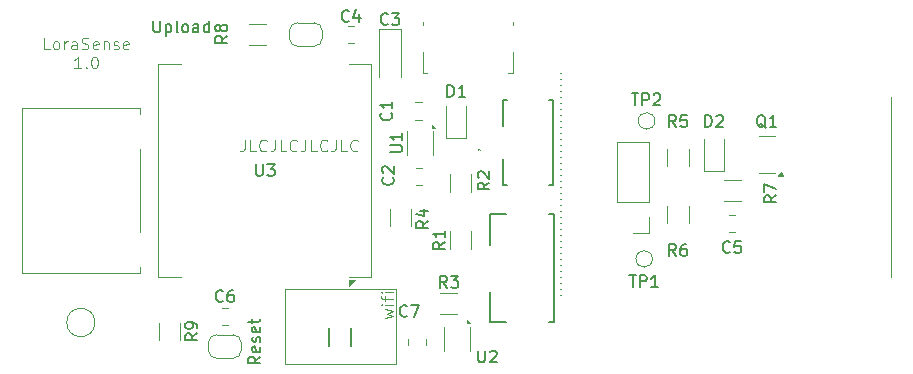
<source format=gto>
%TF.GenerationSoftware,KiCad,Pcbnew,8.0.2*%
%TF.CreationDate,2024-06-01T12:45:28+02:00*%
%TF.ProjectId,LoraSensor,4c6f7261-5365-46e7-936f-722e6b696361,rev?*%
%TF.SameCoordinates,Original*%
%TF.FileFunction,Legend,Top*%
%TF.FilePolarity,Positive*%
%FSLAX46Y46*%
G04 Gerber Fmt 4.6, Leading zero omitted, Abs format (unit mm)*
G04 Created by KiCad (PCBNEW 8.0.2) date 2024-06-01 12:45:28*
%MOMM*%
%LPD*%
G01*
G04 APERTURE LIST*
%ADD10C,0.100000*%
%ADD11C,0.127000*%
%ADD12C,0.150000*%
%ADD13C,0.120000*%
%ADD14C,0.200000*%
%ADD15C,0.152400*%
G04 APERTURE END LIST*
D10*
X144681961Y-61965675D02*
X144205771Y-61965675D01*
X144205771Y-61965675D02*
X144205771Y-60965675D01*
X145158152Y-61965675D02*
X145062914Y-61918056D01*
X145062914Y-61918056D02*
X145015295Y-61870436D01*
X145015295Y-61870436D02*
X144967676Y-61775198D01*
X144967676Y-61775198D02*
X144967676Y-61489484D01*
X144967676Y-61489484D02*
X145015295Y-61394246D01*
X145015295Y-61394246D02*
X145062914Y-61346627D01*
X145062914Y-61346627D02*
X145158152Y-61299008D01*
X145158152Y-61299008D02*
X145301009Y-61299008D01*
X145301009Y-61299008D02*
X145396247Y-61346627D01*
X145396247Y-61346627D02*
X145443866Y-61394246D01*
X145443866Y-61394246D02*
X145491485Y-61489484D01*
X145491485Y-61489484D02*
X145491485Y-61775198D01*
X145491485Y-61775198D02*
X145443866Y-61870436D01*
X145443866Y-61870436D02*
X145396247Y-61918056D01*
X145396247Y-61918056D02*
X145301009Y-61965675D01*
X145301009Y-61965675D02*
X145158152Y-61965675D01*
X145920057Y-61965675D02*
X145920057Y-61299008D01*
X145920057Y-61489484D02*
X145967676Y-61394246D01*
X145967676Y-61394246D02*
X146015295Y-61346627D01*
X146015295Y-61346627D02*
X146110533Y-61299008D01*
X146110533Y-61299008D02*
X146205771Y-61299008D01*
X146967676Y-61965675D02*
X146967676Y-61441865D01*
X146967676Y-61441865D02*
X146920057Y-61346627D01*
X146920057Y-61346627D02*
X146824819Y-61299008D01*
X146824819Y-61299008D02*
X146634343Y-61299008D01*
X146634343Y-61299008D02*
X146539105Y-61346627D01*
X146967676Y-61918056D02*
X146872438Y-61965675D01*
X146872438Y-61965675D02*
X146634343Y-61965675D01*
X146634343Y-61965675D02*
X146539105Y-61918056D01*
X146539105Y-61918056D02*
X146491486Y-61822817D01*
X146491486Y-61822817D02*
X146491486Y-61727579D01*
X146491486Y-61727579D02*
X146539105Y-61632341D01*
X146539105Y-61632341D02*
X146634343Y-61584722D01*
X146634343Y-61584722D02*
X146872438Y-61584722D01*
X146872438Y-61584722D02*
X146967676Y-61537103D01*
X147396248Y-61918056D02*
X147539105Y-61965675D01*
X147539105Y-61965675D02*
X147777200Y-61965675D01*
X147777200Y-61965675D02*
X147872438Y-61918056D01*
X147872438Y-61918056D02*
X147920057Y-61870436D01*
X147920057Y-61870436D02*
X147967676Y-61775198D01*
X147967676Y-61775198D02*
X147967676Y-61679960D01*
X147967676Y-61679960D02*
X147920057Y-61584722D01*
X147920057Y-61584722D02*
X147872438Y-61537103D01*
X147872438Y-61537103D02*
X147777200Y-61489484D01*
X147777200Y-61489484D02*
X147586724Y-61441865D01*
X147586724Y-61441865D02*
X147491486Y-61394246D01*
X147491486Y-61394246D02*
X147443867Y-61346627D01*
X147443867Y-61346627D02*
X147396248Y-61251389D01*
X147396248Y-61251389D02*
X147396248Y-61156151D01*
X147396248Y-61156151D02*
X147443867Y-61060913D01*
X147443867Y-61060913D02*
X147491486Y-61013294D01*
X147491486Y-61013294D02*
X147586724Y-60965675D01*
X147586724Y-60965675D02*
X147824819Y-60965675D01*
X147824819Y-60965675D02*
X147967676Y-61013294D01*
X148777200Y-61918056D02*
X148681962Y-61965675D01*
X148681962Y-61965675D02*
X148491486Y-61965675D01*
X148491486Y-61965675D02*
X148396248Y-61918056D01*
X148396248Y-61918056D02*
X148348629Y-61822817D01*
X148348629Y-61822817D02*
X148348629Y-61441865D01*
X148348629Y-61441865D02*
X148396248Y-61346627D01*
X148396248Y-61346627D02*
X148491486Y-61299008D01*
X148491486Y-61299008D02*
X148681962Y-61299008D01*
X148681962Y-61299008D02*
X148777200Y-61346627D01*
X148777200Y-61346627D02*
X148824819Y-61441865D01*
X148824819Y-61441865D02*
X148824819Y-61537103D01*
X148824819Y-61537103D02*
X148348629Y-61632341D01*
X149253391Y-61299008D02*
X149253391Y-61965675D01*
X149253391Y-61394246D02*
X149301010Y-61346627D01*
X149301010Y-61346627D02*
X149396248Y-61299008D01*
X149396248Y-61299008D02*
X149539105Y-61299008D01*
X149539105Y-61299008D02*
X149634343Y-61346627D01*
X149634343Y-61346627D02*
X149681962Y-61441865D01*
X149681962Y-61441865D02*
X149681962Y-61965675D01*
X150110534Y-61918056D02*
X150205772Y-61965675D01*
X150205772Y-61965675D02*
X150396248Y-61965675D01*
X150396248Y-61965675D02*
X150491486Y-61918056D01*
X150491486Y-61918056D02*
X150539105Y-61822817D01*
X150539105Y-61822817D02*
X150539105Y-61775198D01*
X150539105Y-61775198D02*
X150491486Y-61679960D01*
X150491486Y-61679960D02*
X150396248Y-61632341D01*
X150396248Y-61632341D02*
X150253391Y-61632341D01*
X150253391Y-61632341D02*
X150158153Y-61584722D01*
X150158153Y-61584722D02*
X150110534Y-61489484D01*
X150110534Y-61489484D02*
X150110534Y-61441865D01*
X150110534Y-61441865D02*
X150158153Y-61346627D01*
X150158153Y-61346627D02*
X150253391Y-61299008D01*
X150253391Y-61299008D02*
X150396248Y-61299008D01*
X150396248Y-61299008D02*
X150491486Y-61346627D01*
X151348629Y-61918056D02*
X151253391Y-61965675D01*
X151253391Y-61965675D02*
X151062915Y-61965675D01*
X151062915Y-61965675D02*
X150967677Y-61918056D01*
X150967677Y-61918056D02*
X150920058Y-61822817D01*
X150920058Y-61822817D02*
X150920058Y-61441865D01*
X150920058Y-61441865D02*
X150967677Y-61346627D01*
X150967677Y-61346627D02*
X151062915Y-61299008D01*
X151062915Y-61299008D02*
X151253391Y-61299008D01*
X151253391Y-61299008D02*
X151348629Y-61346627D01*
X151348629Y-61346627D02*
X151396248Y-61441865D01*
X151396248Y-61441865D02*
X151396248Y-61537103D01*
X151396248Y-61537103D02*
X150920058Y-61632341D01*
X147348628Y-63575619D02*
X146777200Y-63575619D01*
X147062914Y-63575619D02*
X147062914Y-62575619D01*
X147062914Y-62575619D02*
X146967676Y-62718476D01*
X146967676Y-62718476D02*
X146872438Y-62813714D01*
X146872438Y-62813714D02*
X146777200Y-62861333D01*
X147777200Y-63480380D02*
X147824819Y-63528000D01*
X147824819Y-63528000D02*
X147777200Y-63575619D01*
X147777200Y-63575619D02*
X147729581Y-63528000D01*
X147729581Y-63528000D02*
X147777200Y-63480380D01*
X147777200Y-63480380D02*
X147777200Y-63575619D01*
X148443866Y-62575619D02*
X148539104Y-62575619D01*
X148539104Y-62575619D02*
X148634342Y-62623238D01*
X148634342Y-62623238D02*
X148681961Y-62670857D01*
X148681961Y-62670857D02*
X148729580Y-62766095D01*
X148729580Y-62766095D02*
X148777199Y-62956571D01*
X148777199Y-62956571D02*
X148777199Y-63194666D01*
X148777199Y-63194666D02*
X148729580Y-63385142D01*
X148729580Y-63385142D02*
X148681961Y-63480380D01*
X148681961Y-63480380D02*
X148634342Y-63528000D01*
X148634342Y-63528000D02*
X148539104Y-63575619D01*
X148539104Y-63575619D02*
X148443866Y-63575619D01*
X148443866Y-63575619D02*
X148348628Y-63528000D01*
X148348628Y-63528000D02*
X148301009Y-63480380D01*
X148301009Y-63480380D02*
X148253390Y-63385142D01*
X148253390Y-63385142D02*
X148205771Y-63194666D01*
X148205771Y-63194666D02*
X148205771Y-62956571D01*
X148205771Y-62956571D02*
X148253390Y-62766095D01*
X148253390Y-62766095D02*
X148301009Y-62670857D01*
X148301009Y-62670857D02*
X148348628Y-62623238D01*
X148348628Y-62623238D02*
X148443866Y-62575619D01*
X161193798Y-69611419D02*
X161193798Y-70325704D01*
X161193798Y-70325704D02*
X161146179Y-70468561D01*
X161146179Y-70468561D02*
X161050941Y-70563800D01*
X161050941Y-70563800D02*
X160908084Y-70611419D01*
X160908084Y-70611419D02*
X160812846Y-70611419D01*
X162146179Y-70611419D02*
X161669989Y-70611419D01*
X161669989Y-70611419D02*
X161669989Y-69611419D01*
X163050941Y-70516180D02*
X163003322Y-70563800D01*
X163003322Y-70563800D02*
X162860465Y-70611419D01*
X162860465Y-70611419D02*
X162765227Y-70611419D01*
X162765227Y-70611419D02*
X162622370Y-70563800D01*
X162622370Y-70563800D02*
X162527132Y-70468561D01*
X162527132Y-70468561D02*
X162479513Y-70373323D01*
X162479513Y-70373323D02*
X162431894Y-70182847D01*
X162431894Y-70182847D02*
X162431894Y-70039990D01*
X162431894Y-70039990D02*
X162479513Y-69849514D01*
X162479513Y-69849514D02*
X162527132Y-69754276D01*
X162527132Y-69754276D02*
X162622370Y-69659038D01*
X162622370Y-69659038D02*
X162765227Y-69611419D01*
X162765227Y-69611419D02*
X162860465Y-69611419D01*
X162860465Y-69611419D02*
X163003322Y-69659038D01*
X163003322Y-69659038D02*
X163050941Y-69706657D01*
X163765227Y-69611419D02*
X163765227Y-70325704D01*
X163765227Y-70325704D02*
X163717608Y-70468561D01*
X163717608Y-70468561D02*
X163622370Y-70563800D01*
X163622370Y-70563800D02*
X163479513Y-70611419D01*
X163479513Y-70611419D02*
X163384275Y-70611419D01*
X164717608Y-70611419D02*
X164241418Y-70611419D01*
X164241418Y-70611419D02*
X164241418Y-69611419D01*
X165622370Y-70516180D02*
X165574751Y-70563800D01*
X165574751Y-70563800D02*
X165431894Y-70611419D01*
X165431894Y-70611419D02*
X165336656Y-70611419D01*
X165336656Y-70611419D02*
X165193799Y-70563800D01*
X165193799Y-70563800D02*
X165098561Y-70468561D01*
X165098561Y-70468561D02*
X165050942Y-70373323D01*
X165050942Y-70373323D02*
X165003323Y-70182847D01*
X165003323Y-70182847D02*
X165003323Y-70039990D01*
X165003323Y-70039990D02*
X165050942Y-69849514D01*
X165050942Y-69849514D02*
X165098561Y-69754276D01*
X165098561Y-69754276D02*
X165193799Y-69659038D01*
X165193799Y-69659038D02*
X165336656Y-69611419D01*
X165336656Y-69611419D02*
X165431894Y-69611419D01*
X165431894Y-69611419D02*
X165574751Y-69659038D01*
X165574751Y-69659038D02*
X165622370Y-69706657D01*
X166336656Y-69611419D02*
X166336656Y-70325704D01*
X166336656Y-70325704D02*
X166289037Y-70468561D01*
X166289037Y-70468561D02*
X166193799Y-70563800D01*
X166193799Y-70563800D02*
X166050942Y-70611419D01*
X166050942Y-70611419D02*
X165955704Y-70611419D01*
X167289037Y-70611419D02*
X166812847Y-70611419D01*
X166812847Y-70611419D02*
X166812847Y-69611419D01*
X168193799Y-70516180D02*
X168146180Y-70563800D01*
X168146180Y-70563800D02*
X168003323Y-70611419D01*
X168003323Y-70611419D02*
X167908085Y-70611419D01*
X167908085Y-70611419D02*
X167765228Y-70563800D01*
X167765228Y-70563800D02*
X167669990Y-70468561D01*
X167669990Y-70468561D02*
X167622371Y-70373323D01*
X167622371Y-70373323D02*
X167574752Y-70182847D01*
X167574752Y-70182847D02*
X167574752Y-70039990D01*
X167574752Y-70039990D02*
X167622371Y-69849514D01*
X167622371Y-69849514D02*
X167669990Y-69754276D01*
X167669990Y-69754276D02*
X167765228Y-69659038D01*
X167765228Y-69659038D02*
X167908085Y-69611419D01*
X167908085Y-69611419D02*
X168003323Y-69611419D01*
X168003323Y-69611419D02*
X168146180Y-69659038D01*
X168146180Y-69659038D02*
X168193799Y-69706657D01*
X168908085Y-69611419D02*
X168908085Y-70325704D01*
X168908085Y-70325704D02*
X168860466Y-70468561D01*
X168860466Y-70468561D02*
X168765228Y-70563800D01*
X168765228Y-70563800D02*
X168622371Y-70611419D01*
X168622371Y-70611419D02*
X168527133Y-70611419D01*
X169860466Y-70611419D02*
X169384276Y-70611419D01*
X169384276Y-70611419D02*
X169384276Y-69611419D01*
X170765228Y-70516180D02*
X170717609Y-70563800D01*
X170717609Y-70563800D02*
X170574752Y-70611419D01*
X170574752Y-70611419D02*
X170479514Y-70611419D01*
X170479514Y-70611419D02*
X170336657Y-70563800D01*
X170336657Y-70563800D02*
X170241419Y-70468561D01*
X170241419Y-70468561D02*
X170193800Y-70373323D01*
X170193800Y-70373323D02*
X170146181Y-70182847D01*
X170146181Y-70182847D02*
X170146181Y-70039990D01*
X170146181Y-70039990D02*
X170193800Y-69849514D01*
X170193800Y-69849514D02*
X170241419Y-69754276D01*
X170241419Y-69754276D02*
X170336657Y-69659038D01*
X170336657Y-69659038D02*
X170479514Y-69611419D01*
X170479514Y-69611419D02*
X170574752Y-69611419D01*
X170574752Y-69611419D02*
X170717609Y-69659038D01*
X170717609Y-69659038D02*
X170765228Y-69706657D01*
D11*
X187960000Y-64008000D02*
X187960000Y-64008000D01*
X187960000Y-64516000D02*
X187960000Y-64516000D01*
X187960000Y-65024000D02*
X187960000Y-65024000D01*
X187960000Y-65532000D02*
X187960000Y-65532000D01*
X187960000Y-66040000D02*
X187960000Y-66040000D01*
X187960000Y-66548000D02*
X187960000Y-66548000D01*
X187960000Y-67056000D02*
X187960000Y-67056000D01*
X187960000Y-67564000D02*
X187960000Y-67564000D01*
X187960000Y-68072000D02*
X187960000Y-68072000D01*
X187960000Y-68580000D02*
X187960000Y-68580000D01*
X187960000Y-69088000D02*
X187960000Y-69088000D01*
X187960000Y-69596000D02*
X187960000Y-69596000D01*
X187960000Y-70104000D02*
X187960000Y-70104000D01*
X187960000Y-70612000D02*
X187960000Y-70612000D01*
X187960000Y-71120000D02*
X187960000Y-71120000D01*
X187960000Y-71628000D02*
X187960000Y-71628000D01*
X187960000Y-72136000D02*
X187960000Y-72136000D01*
X187960000Y-72644000D02*
X187960000Y-72644000D01*
X187960000Y-73152000D02*
X187960000Y-73152000D01*
X187960000Y-73660000D02*
X187960000Y-73660000D01*
X187960000Y-74168000D02*
X187960000Y-74168000D01*
X187960000Y-74676000D02*
X187960000Y-74676000D01*
X187960000Y-75184000D02*
X187960000Y-75184000D01*
X187960000Y-75692000D02*
X187960000Y-75692000D01*
X187960000Y-76200000D02*
X187960000Y-76200000D01*
X187960000Y-76708000D02*
X187960000Y-76708000D01*
X187960000Y-77216000D02*
X187960000Y-77216000D01*
X187960000Y-77724000D02*
X187960000Y-77724000D01*
X187960000Y-78232000D02*
X187960000Y-78232000D01*
X187960000Y-78740000D02*
X187960000Y-78740000D01*
X187960000Y-79248000D02*
X187960000Y-79248000D01*
X187960000Y-79756000D02*
X187960000Y-79756000D01*
X187960000Y-80264000D02*
X187960000Y-80264000D01*
X187960000Y-80772000D02*
X187960000Y-80772000D01*
X187960000Y-81280000D02*
X187960000Y-81280000D01*
X187960000Y-81788000D02*
X187960000Y-81788000D01*
X187960000Y-82296000D02*
X187960000Y-82296000D01*
X187960000Y-82804000D02*
X187960000Y-82804000D01*
D10*
X215900000Y-66040000D02*
X215900000Y-81280000D01*
X164592000Y-82296000D02*
X174040800Y-82296000D01*
X174040800Y-88646000D01*
X164592000Y-88646000D01*
X164592000Y-82296000D01*
X173068752Y-84728953D02*
X173735419Y-84538477D01*
X173735419Y-84538477D02*
X173259228Y-84348001D01*
X173259228Y-84348001D02*
X173735419Y-84157525D01*
X173735419Y-84157525D02*
X173068752Y-83967049D01*
X173735419Y-83586096D02*
X173068752Y-83586096D01*
X172735419Y-83586096D02*
X172783038Y-83633715D01*
X172783038Y-83633715D02*
X172830657Y-83586096D01*
X172830657Y-83586096D02*
X172783038Y-83538477D01*
X172783038Y-83538477D02*
X172735419Y-83586096D01*
X172735419Y-83586096D02*
X172830657Y-83586096D01*
X173068752Y-83252763D02*
X173068752Y-82871811D01*
X173735419Y-83109906D02*
X172878276Y-83109906D01*
X172878276Y-83109906D02*
X172783038Y-83062287D01*
X172783038Y-83062287D02*
X172735419Y-82967049D01*
X172735419Y-82967049D02*
X172735419Y-82871811D01*
X173735419Y-82538477D02*
X173068752Y-82538477D01*
X172735419Y-82538477D02*
X172783038Y-82586096D01*
X172783038Y-82586096D02*
X172830657Y-82538477D01*
X172830657Y-82538477D02*
X172783038Y-82490858D01*
X172783038Y-82490858D02*
X172735419Y-82538477D01*
X172735419Y-82538477D02*
X172830657Y-82538477D01*
D12*
X193962495Y-65698019D02*
X194533923Y-65698019D01*
X194248209Y-66698019D02*
X194248209Y-65698019D01*
X194867257Y-66698019D02*
X194867257Y-65698019D01*
X194867257Y-65698019D02*
X195248209Y-65698019D01*
X195248209Y-65698019D02*
X195343447Y-65745638D01*
X195343447Y-65745638D02*
X195391066Y-65793257D01*
X195391066Y-65793257D02*
X195438685Y-65888495D01*
X195438685Y-65888495D02*
X195438685Y-66031352D01*
X195438685Y-66031352D02*
X195391066Y-66126590D01*
X195391066Y-66126590D02*
X195343447Y-66174209D01*
X195343447Y-66174209D02*
X195248209Y-66221828D01*
X195248209Y-66221828D02*
X194867257Y-66221828D01*
X195819638Y-65793257D02*
X195867257Y-65745638D01*
X195867257Y-65745638D02*
X195962495Y-65698019D01*
X195962495Y-65698019D02*
X196200590Y-65698019D01*
X196200590Y-65698019D02*
X196295828Y-65745638D01*
X196295828Y-65745638D02*
X196343447Y-65793257D01*
X196343447Y-65793257D02*
X196391066Y-65888495D01*
X196391066Y-65888495D02*
X196391066Y-65983733D01*
X196391066Y-65983733D02*
X196343447Y-66126590D01*
X196343447Y-66126590D02*
X195772019Y-66698019D01*
X195772019Y-66698019D02*
X196391066Y-66698019D01*
X162153695Y-71692419D02*
X162153695Y-72501942D01*
X162153695Y-72501942D02*
X162201314Y-72597180D01*
X162201314Y-72597180D02*
X162248933Y-72644800D01*
X162248933Y-72644800D02*
X162344171Y-72692419D01*
X162344171Y-72692419D02*
X162534647Y-72692419D01*
X162534647Y-72692419D02*
X162629885Y-72644800D01*
X162629885Y-72644800D02*
X162677504Y-72597180D01*
X162677504Y-72597180D02*
X162725123Y-72501942D01*
X162725123Y-72501942D02*
X162725123Y-71692419D01*
X163106076Y-71692419D02*
X163725123Y-71692419D01*
X163725123Y-71692419D02*
X163391790Y-72073371D01*
X163391790Y-72073371D02*
X163534647Y-72073371D01*
X163534647Y-72073371D02*
X163629885Y-72120990D01*
X163629885Y-72120990D02*
X163677504Y-72168609D01*
X163677504Y-72168609D02*
X163725123Y-72263847D01*
X163725123Y-72263847D02*
X163725123Y-72501942D01*
X163725123Y-72501942D02*
X163677504Y-72597180D01*
X163677504Y-72597180D02*
X163629885Y-72644800D01*
X163629885Y-72644800D02*
X163534647Y-72692419D01*
X163534647Y-72692419D02*
X163248933Y-72692419D01*
X163248933Y-72692419D02*
X163153695Y-72644800D01*
X163153695Y-72644800D02*
X163106076Y-72597180D01*
X173315333Y-59795580D02*
X173267714Y-59843200D01*
X173267714Y-59843200D02*
X173124857Y-59890819D01*
X173124857Y-59890819D02*
X173029619Y-59890819D01*
X173029619Y-59890819D02*
X172886762Y-59843200D01*
X172886762Y-59843200D02*
X172791524Y-59747961D01*
X172791524Y-59747961D02*
X172743905Y-59652723D01*
X172743905Y-59652723D02*
X172696286Y-59462247D01*
X172696286Y-59462247D02*
X172696286Y-59319390D01*
X172696286Y-59319390D02*
X172743905Y-59128914D01*
X172743905Y-59128914D02*
X172791524Y-59033676D01*
X172791524Y-59033676D02*
X172886762Y-58938438D01*
X172886762Y-58938438D02*
X173029619Y-58890819D01*
X173029619Y-58890819D02*
X173124857Y-58890819D01*
X173124857Y-58890819D02*
X173267714Y-58938438D01*
X173267714Y-58938438D02*
X173315333Y-58986057D01*
X173648667Y-58890819D02*
X174267714Y-58890819D01*
X174267714Y-58890819D02*
X173934381Y-59271771D01*
X173934381Y-59271771D02*
X174077238Y-59271771D01*
X174077238Y-59271771D02*
X174172476Y-59319390D01*
X174172476Y-59319390D02*
X174220095Y-59367009D01*
X174220095Y-59367009D02*
X174267714Y-59462247D01*
X174267714Y-59462247D02*
X174267714Y-59700342D01*
X174267714Y-59700342D02*
X174220095Y-59795580D01*
X174220095Y-59795580D02*
X174172476Y-59843200D01*
X174172476Y-59843200D02*
X174077238Y-59890819D01*
X174077238Y-59890819D02*
X173791524Y-59890819D01*
X173791524Y-59890819D02*
X173696286Y-59843200D01*
X173696286Y-59843200D02*
X173648667Y-59795580D01*
X206194819Y-74334666D02*
X205718628Y-74667999D01*
X206194819Y-74906094D02*
X205194819Y-74906094D01*
X205194819Y-74906094D02*
X205194819Y-74525142D01*
X205194819Y-74525142D02*
X205242438Y-74429904D01*
X205242438Y-74429904D02*
X205290057Y-74382285D01*
X205290057Y-74382285D02*
X205385295Y-74334666D01*
X205385295Y-74334666D02*
X205528152Y-74334666D01*
X205528152Y-74334666D02*
X205623390Y-74382285D01*
X205623390Y-74382285D02*
X205671009Y-74429904D01*
X205671009Y-74429904D02*
X205718628Y-74525142D01*
X205718628Y-74525142D02*
X205718628Y-74906094D01*
X205194819Y-74001332D02*
X205194819Y-73334666D01*
X205194819Y-73334666D02*
X206194819Y-73763237D01*
X153471857Y-59525819D02*
X153471857Y-60335342D01*
X153471857Y-60335342D02*
X153519476Y-60430580D01*
X153519476Y-60430580D02*
X153567095Y-60478200D01*
X153567095Y-60478200D02*
X153662333Y-60525819D01*
X153662333Y-60525819D02*
X153852809Y-60525819D01*
X153852809Y-60525819D02*
X153948047Y-60478200D01*
X153948047Y-60478200D02*
X153995666Y-60430580D01*
X153995666Y-60430580D02*
X154043285Y-60335342D01*
X154043285Y-60335342D02*
X154043285Y-59525819D01*
X154519476Y-59859152D02*
X154519476Y-60859152D01*
X154519476Y-59906771D02*
X154614714Y-59859152D01*
X154614714Y-59859152D02*
X154805190Y-59859152D01*
X154805190Y-59859152D02*
X154900428Y-59906771D01*
X154900428Y-59906771D02*
X154948047Y-59954390D01*
X154948047Y-59954390D02*
X154995666Y-60049628D01*
X154995666Y-60049628D02*
X154995666Y-60335342D01*
X154995666Y-60335342D02*
X154948047Y-60430580D01*
X154948047Y-60430580D02*
X154900428Y-60478200D01*
X154900428Y-60478200D02*
X154805190Y-60525819D01*
X154805190Y-60525819D02*
X154614714Y-60525819D01*
X154614714Y-60525819D02*
X154519476Y-60478200D01*
X155567095Y-60525819D02*
X155471857Y-60478200D01*
X155471857Y-60478200D02*
X155424238Y-60382961D01*
X155424238Y-60382961D02*
X155424238Y-59525819D01*
X156090905Y-60525819D02*
X155995667Y-60478200D01*
X155995667Y-60478200D02*
X155948048Y-60430580D01*
X155948048Y-60430580D02*
X155900429Y-60335342D01*
X155900429Y-60335342D02*
X155900429Y-60049628D01*
X155900429Y-60049628D02*
X155948048Y-59954390D01*
X155948048Y-59954390D02*
X155995667Y-59906771D01*
X155995667Y-59906771D02*
X156090905Y-59859152D01*
X156090905Y-59859152D02*
X156233762Y-59859152D01*
X156233762Y-59859152D02*
X156329000Y-59906771D01*
X156329000Y-59906771D02*
X156376619Y-59954390D01*
X156376619Y-59954390D02*
X156424238Y-60049628D01*
X156424238Y-60049628D02*
X156424238Y-60335342D01*
X156424238Y-60335342D02*
X156376619Y-60430580D01*
X156376619Y-60430580D02*
X156329000Y-60478200D01*
X156329000Y-60478200D02*
X156233762Y-60525819D01*
X156233762Y-60525819D02*
X156090905Y-60525819D01*
X157281381Y-60525819D02*
X157281381Y-60002009D01*
X157281381Y-60002009D02*
X157233762Y-59906771D01*
X157233762Y-59906771D02*
X157138524Y-59859152D01*
X157138524Y-59859152D02*
X156948048Y-59859152D01*
X156948048Y-59859152D02*
X156852810Y-59906771D01*
X157281381Y-60478200D02*
X157186143Y-60525819D01*
X157186143Y-60525819D02*
X156948048Y-60525819D01*
X156948048Y-60525819D02*
X156852810Y-60478200D01*
X156852810Y-60478200D02*
X156805191Y-60382961D01*
X156805191Y-60382961D02*
X156805191Y-60287723D01*
X156805191Y-60287723D02*
X156852810Y-60192485D01*
X156852810Y-60192485D02*
X156948048Y-60144866D01*
X156948048Y-60144866D02*
X157186143Y-60144866D01*
X157186143Y-60144866D02*
X157281381Y-60097247D01*
X158186143Y-60525819D02*
X158186143Y-59525819D01*
X158186143Y-60478200D02*
X158090905Y-60525819D01*
X158090905Y-60525819D02*
X157900429Y-60525819D01*
X157900429Y-60525819D02*
X157805191Y-60478200D01*
X157805191Y-60478200D02*
X157757572Y-60430580D01*
X157757572Y-60430580D02*
X157709953Y-60335342D01*
X157709953Y-60335342D02*
X157709953Y-60049628D01*
X157709953Y-60049628D02*
X157757572Y-59954390D01*
X157757572Y-59954390D02*
X157805191Y-59906771D01*
X157805191Y-59906771D02*
X157900429Y-59859152D01*
X157900429Y-59859152D02*
X158090905Y-59859152D01*
X158090905Y-59859152D02*
X158186143Y-59906771D01*
X173521019Y-70648204D02*
X174330542Y-70648204D01*
X174330542Y-70648204D02*
X174425780Y-70600585D01*
X174425780Y-70600585D02*
X174473400Y-70552966D01*
X174473400Y-70552966D02*
X174521019Y-70457728D01*
X174521019Y-70457728D02*
X174521019Y-70267252D01*
X174521019Y-70267252D02*
X174473400Y-70172014D01*
X174473400Y-70172014D02*
X174425780Y-70124395D01*
X174425780Y-70124395D02*
X174330542Y-70076776D01*
X174330542Y-70076776D02*
X173521019Y-70076776D01*
X174521019Y-69076776D02*
X174521019Y-69648204D01*
X174521019Y-69362490D02*
X173521019Y-69362490D01*
X173521019Y-69362490D02*
X173663876Y-69457728D01*
X173663876Y-69457728D02*
X173759114Y-69552966D01*
X173759114Y-69552966D02*
X173806733Y-69648204D01*
X159712819Y-60821866D02*
X159236628Y-61155199D01*
X159712819Y-61393294D02*
X158712819Y-61393294D01*
X158712819Y-61393294D02*
X158712819Y-61012342D01*
X158712819Y-61012342D02*
X158760438Y-60917104D01*
X158760438Y-60917104D02*
X158808057Y-60869485D01*
X158808057Y-60869485D02*
X158903295Y-60821866D01*
X158903295Y-60821866D02*
X159046152Y-60821866D01*
X159046152Y-60821866D02*
X159141390Y-60869485D01*
X159141390Y-60869485D02*
X159189009Y-60917104D01*
X159189009Y-60917104D02*
X159236628Y-61012342D01*
X159236628Y-61012342D02*
X159236628Y-61393294D01*
X159141390Y-60250437D02*
X159093771Y-60345675D01*
X159093771Y-60345675D02*
X159046152Y-60393294D01*
X159046152Y-60393294D02*
X158950914Y-60440913D01*
X158950914Y-60440913D02*
X158903295Y-60440913D01*
X158903295Y-60440913D02*
X158808057Y-60393294D01*
X158808057Y-60393294D02*
X158760438Y-60345675D01*
X158760438Y-60345675D02*
X158712819Y-60250437D01*
X158712819Y-60250437D02*
X158712819Y-60059961D01*
X158712819Y-60059961D02*
X158760438Y-59964723D01*
X158760438Y-59964723D02*
X158808057Y-59917104D01*
X158808057Y-59917104D02*
X158903295Y-59869485D01*
X158903295Y-59869485D02*
X158950914Y-59869485D01*
X158950914Y-59869485D02*
X159046152Y-59917104D01*
X159046152Y-59917104D02*
X159093771Y-59964723D01*
X159093771Y-59964723D02*
X159141390Y-60059961D01*
X159141390Y-60059961D02*
X159141390Y-60250437D01*
X159141390Y-60250437D02*
X159189009Y-60345675D01*
X159189009Y-60345675D02*
X159236628Y-60393294D01*
X159236628Y-60393294D02*
X159331866Y-60440913D01*
X159331866Y-60440913D02*
X159522342Y-60440913D01*
X159522342Y-60440913D02*
X159617580Y-60393294D01*
X159617580Y-60393294D02*
X159665200Y-60345675D01*
X159665200Y-60345675D02*
X159712819Y-60250437D01*
X159712819Y-60250437D02*
X159712819Y-60059961D01*
X159712819Y-60059961D02*
X159665200Y-59964723D01*
X159665200Y-59964723D02*
X159617580Y-59917104D01*
X159617580Y-59917104D02*
X159522342Y-59869485D01*
X159522342Y-59869485D02*
X159331866Y-59869485D01*
X159331866Y-59869485D02*
X159236628Y-59917104D01*
X159236628Y-59917104D02*
X159189009Y-59964723D01*
X159189009Y-59964723D02*
X159141390Y-60059961D01*
X176730819Y-76493666D02*
X176254628Y-76826999D01*
X176730819Y-77065094D02*
X175730819Y-77065094D01*
X175730819Y-77065094D02*
X175730819Y-76684142D01*
X175730819Y-76684142D02*
X175778438Y-76588904D01*
X175778438Y-76588904D02*
X175826057Y-76541285D01*
X175826057Y-76541285D02*
X175921295Y-76493666D01*
X175921295Y-76493666D02*
X176064152Y-76493666D01*
X176064152Y-76493666D02*
X176159390Y-76541285D01*
X176159390Y-76541285D02*
X176207009Y-76588904D01*
X176207009Y-76588904D02*
X176254628Y-76684142D01*
X176254628Y-76684142D02*
X176254628Y-77065094D01*
X176064152Y-75636523D02*
X176730819Y-75636523D01*
X175683200Y-75874618D02*
X176397485Y-76112713D01*
X176397485Y-76112713D02*
X176397485Y-75493666D01*
X197699333Y-79448819D02*
X197366000Y-78972628D01*
X197127905Y-79448819D02*
X197127905Y-78448819D01*
X197127905Y-78448819D02*
X197508857Y-78448819D01*
X197508857Y-78448819D02*
X197604095Y-78496438D01*
X197604095Y-78496438D02*
X197651714Y-78544057D01*
X197651714Y-78544057D02*
X197699333Y-78639295D01*
X197699333Y-78639295D02*
X197699333Y-78782152D01*
X197699333Y-78782152D02*
X197651714Y-78877390D01*
X197651714Y-78877390D02*
X197604095Y-78925009D01*
X197604095Y-78925009D02*
X197508857Y-78972628D01*
X197508857Y-78972628D02*
X197127905Y-78972628D01*
X198556476Y-78448819D02*
X198366000Y-78448819D01*
X198366000Y-78448819D02*
X198270762Y-78496438D01*
X198270762Y-78496438D02*
X198223143Y-78544057D01*
X198223143Y-78544057D02*
X198127905Y-78686914D01*
X198127905Y-78686914D02*
X198080286Y-78877390D01*
X198080286Y-78877390D02*
X198080286Y-79258342D01*
X198080286Y-79258342D02*
X198127905Y-79353580D01*
X198127905Y-79353580D02*
X198175524Y-79401200D01*
X198175524Y-79401200D02*
X198270762Y-79448819D01*
X198270762Y-79448819D02*
X198461238Y-79448819D01*
X198461238Y-79448819D02*
X198556476Y-79401200D01*
X198556476Y-79401200D02*
X198604095Y-79353580D01*
X198604095Y-79353580D02*
X198651714Y-79258342D01*
X198651714Y-79258342D02*
X198651714Y-79020247D01*
X198651714Y-79020247D02*
X198604095Y-78925009D01*
X198604095Y-78925009D02*
X198556476Y-78877390D01*
X198556476Y-78877390D02*
X198461238Y-78829771D01*
X198461238Y-78829771D02*
X198270762Y-78829771D01*
X198270762Y-78829771D02*
X198175524Y-78877390D01*
X198175524Y-78877390D02*
X198127905Y-78925009D01*
X198127905Y-78925009D02*
X198080286Y-79020247D01*
X178357305Y-65986819D02*
X178357305Y-64986819D01*
X178357305Y-64986819D02*
X178595400Y-64986819D01*
X178595400Y-64986819D02*
X178738257Y-65034438D01*
X178738257Y-65034438D02*
X178833495Y-65129676D01*
X178833495Y-65129676D02*
X178881114Y-65224914D01*
X178881114Y-65224914D02*
X178928733Y-65415390D01*
X178928733Y-65415390D02*
X178928733Y-65558247D01*
X178928733Y-65558247D02*
X178881114Y-65748723D01*
X178881114Y-65748723D02*
X178833495Y-65843961D01*
X178833495Y-65843961D02*
X178738257Y-65939200D01*
X178738257Y-65939200D02*
X178595400Y-65986819D01*
X178595400Y-65986819D02*
X178357305Y-65986819D01*
X179881114Y-65986819D02*
X179309686Y-65986819D01*
X179595400Y-65986819D02*
X179595400Y-64986819D01*
X179595400Y-64986819D02*
X179500162Y-65129676D01*
X179500162Y-65129676D02*
X179404924Y-65224914D01*
X179404924Y-65224914D02*
X179309686Y-65272533D01*
X178127819Y-78271666D02*
X177651628Y-78604999D01*
X178127819Y-78843094D02*
X177127819Y-78843094D01*
X177127819Y-78843094D02*
X177127819Y-78462142D01*
X177127819Y-78462142D02*
X177175438Y-78366904D01*
X177175438Y-78366904D02*
X177223057Y-78319285D01*
X177223057Y-78319285D02*
X177318295Y-78271666D01*
X177318295Y-78271666D02*
X177461152Y-78271666D01*
X177461152Y-78271666D02*
X177556390Y-78319285D01*
X177556390Y-78319285D02*
X177604009Y-78366904D01*
X177604009Y-78366904D02*
X177651628Y-78462142D01*
X177651628Y-78462142D02*
X177651628Y-78843094D01*
X178127819Y-77319285D02*
X178127819Y-77890713D01*
X178127819Y-77604999D02*
X177127819Y-77604999D01*
X177127819Y-77604999D02*
X177270676Y-77700237D01*
X177270676Y-77700237D02*
X177365914Y-77795475D01*
X177365914Y-77795475D02*
X177413533Y-77890713D01*
X174940933Y-84535180D02*
X174893314Y-84582800D01*
X174893314Y-84582800D02*
X174750457Y-84630419D01*
X174750457Y-84630419D02*
X174655219Y-84630419D01*
X174655219Y-84630419D02*
X174512362Y-84582800D01*
X174512362Y-84582800D02*
X174417124Y-84487561D01*
X174417124Y-84487561D02*
X174369505Y-84392323D01*
X174369505Y-84392323D02*
X174321886Y-84201847D01*
X174321886Y-84201847D02*
X174321886Y-84058990D01*
X174321886Y-84058990D02*
X174369505Y-83868514D01*
X174369505Y-83868514D02*
X174417124Y-83773276D01*
X174417124Y-83773276D02*
X174512362Y-83678038D01*
X174512362Y-83678038D02*
X174655219Y-83630419D01*
X174655219Y-83630419D02*
X174750457Y-83630419D01*
X174750457Y-83630419D02*
X174893314Y-83678038D01*
X174893314Y-83678038D02*
X174940933Y-83725657D01*
X175274267Y-83630419D02*
X175940933Y-83630419D01*
X175940933Y-83630419D02*
X175512362Y-84630419D01*
X197699333Y-68526819D02*
X197366000Y-68050628D01*
X197127905Y-68526819D02*
X197127905Y-67526819D01*
X197127905Y-67526819D02*
X197508857Y-67526819D01*
X197508857Y-67526819D02*
X197604095Y-67574438D01*
X197604095Y-67574438D02*
X197651714Y-67622057D01*
X197651714Y-67622057D02*
X197699333Y-67717295D01*
X197699333Y-67717295D02*
X197699333Y-67860152D01*
X197699333Y-67860152D02*
X197651714Y-67955390D01*
X197651714Y-67955390D02*
X197604095Y-68003009D01*
X197604095Y-68003009D02*
X197508857Y-68050628D01*
X197508857Y-68050628D02*
X197127905Y-68050628D01*
X198604095Y-67526819D02*
X198127905Y-67526819D01*
X198127905Y-67526819D02*
X198080286Y-68003009D01*
X198080286Y-68003009D02*
X198127905Y-67955390D01*
X198127905Y-67955390D02*
X198223143Y-67907771D01*
X198223143Y-67907771D02*
X198461238Y-67907771D01*
X198461238Y-67907771D02*
X198556476Y-67955390D01*
X198556476Y-67955390D02*
X198604095Y-68003009D01*
X198604095Y-68003009D02*
X198651714Y-68098247D01*
X198651714Y-68098247D02*
X198651714Y-68336342D01*
X198651714Y-68336342D02*
X198604095Y-68431580D01*
X198604095Y-68431580D02*
X198556476Y-68479200D01*
X198556476Y-68479200D02*
X198461238Y-68526819D01*
X198461238Y-68526819D02*
X198223143Y-68526819D01*
X198223143Y-68526819D02*
X198127905Y-68479200D01*
X198127905Y-68479200D02*
X198080286Y-68431580D01*
X202271333Y-79099580D02*
X202223714Y-79147200D01*
X202223714Y-79147200D02*
X202080857Y-79194819D01*
X202080857Y-79194819D02*
X201985619Y-79194819D01*
X201985619Y-79194819D02*
X201842762Y-79147200D01*
X201842762Y-79147200D02*
X201747524Y-79051961D01*
X201747524Y-79051961D02*
X201699905Y-78956723D01*
X201699905Y-78956723D02*
X201652286Y-78766247D01*
X201652286Y-78766247D02*
X201652286Y-78623390D01*
X201652286Y-78623390D02*
X201699905Y-78432914D01*
X201699905Y-78432914D02*
X201747524Y-78337676D01*
X201747524Y-78337676D02*
X201842762Y-78242438D01*
X201842762Y-78242438D02*
X201985619Y-78194819D01*
X201985619Y-78194819D02*
X202080857Y-78194819D01*
X202080857Y-78194819D02*
X202223714Y-78242438D01*
X202223714Y-78242438D02*
X202271333Y-78290057D01*
X203176095Y-78194819D02*
X202699905Y-78194819D01*
X202699905Y-78194819D02*
X202652286Y-78671009D01*
X202652286Y-78671009D02*
X202699905Y-78623390D01*
X202699905Y-78623390D02*
X202795143Y-78575771D01*
X202795143Y-78575771D02*
X203033238Y-78575771D01*
X203033238Y-78575771D02*
X203128476Y-78623390D01*
X203128476Y-78623390D02*
X203176095Y-78671009D01*
X203176095Y-78671009D02*
X203223714Y-78766247D01*
X203223714Y-78766247D02*
X203223714Y-79004342D01*
X203223714Y-79004342D02*
X203176095Y-79099580D01*
X203176095Y-79099580D02*
X203128476Y-79147200D01*
X203128476Y-79147200D02*
X203033238Y-79194819D01*
X203033238Y-79194819D02*
X202795143Y-79194819D01*
X202795143Y-79194819D02*
X202699905Y-79147200D01*
X202699905Y-79147200D02*
X202652286Y-79099580D01*
X200175905Y-68526819D02*
X200175905Y-67526819D01*
X200175905Y-67526819D02*
X200414000Y-67526819D01*
X200414000Y-67526819D02*
X200556857Y-67574438D01*
X200556857Y-67574438D02*
X200652095Y-67669676D01*
X200652095Y-67669676D02*
X200699714Y-67764914D01*
X200699714Y-67764914D02*
X200747333Y-67955390D01*
X200747333Y-67955390D02*
X200747333Y-68098247D01*
X200747333Y-68098247D02*
X200699714Y-68288723D01*
X200699714Y-68288723D02*
X200652095Y-68383961D01*
X200652095Y-68383961D02*
X200556857Y-68479200D01*
X200556857Y-68479200D02*
X200414000Y-68526819D01*
X200414000Y-68526819D02*
X200175905Y-68526819D01*
X201128286Y-67622057D02*
X201175905Y-67574438D01*
X201175905Y-67574438D02*
X201271143Y-67526819D01*
X201271143Y-67526819D02*
X201509238Y-67526819D01*
X201509238Y-67526819D02*
X201604476Y-67574438D01*
X201604476Y-67574438D02*
X201652095Y-67622057D01*
X201652095Y-67622057D02*
X201699714Y-67717295D01*
X201699714Y-67717295D02*
X201699714Y-67812533D01*
X201699714Y-67812533D02*
X201652095Y-67955390D01*
X201652095Y-67955390D02*
X201080667Y-68526819D01*
X201080667Y-68526819D02*
X201699714Y-68526819D01*
X193759295Y-81090419D02*
X194330723Y-81090419D01*
X194045009Y-82090419D02*
X194045009Y-81090419D01*
X194664057Y-82090419D02*
X194664057Y-81090419D01*
X194664057Y-81090419D02*
X195045009Y-81090419D01*
X195045009Y-81090419D02*
X195140247Y-81138038D01*
X195140247Y-81138038D02*
X195187866Y-81185657D01*
X195187866Y-81185657D02*
X195235485Y-81280895D01*
X195235485Y-81280895D02*
X195235485Y-81423752D01*
X195235485Y-81423752D02*
X195187866Y-81518990D01*
X195187866Y-81518990D02*
X195140247Y-81566609D01*
X195140247Y-81566609D02*
X195045009Y-81614228D01*
X195045009Y-81614228D02*
X194664057Y-81614228D01*
X196187866Y-82090419D02*
X195616438Y-82090419D01*
X195902152Y-82090419D02*
X195902152Y-81090419D01*
X195902152Y-81090419D02*
X195806914Y-81233276D01*
X195806914Y-81233276D02*
X195711676Y-81328514D01*
X195711676Y-81328514D02*
X195616438Y-81376133D01*
X157172819Y-86018666D02*
X156696628Y-86351999D01*
X157172819Y-86590094D02*
X156172819Y-86590094D01*
X156172819Y-86590094D02*
X156172819Y-86209142D01*
X156172819Y-86209142D02*
X156220438Y-86113904D01*
X156220438Y-86113904D02*
X156268057Y-86066285D01*
X156268057Y-86066285D02*
X156363295Y-86018666D01*
X156363295Y-86018666D02*
X156506152Y-86018666D01*
X156506152Y-86018666D02*
X156601390Y-86066285D01*
X156601390Y-86066285D02*
X156649009Y-86113904D01*
X156649009Y-86113904D02*
X156696628Y-86209142D01*
X156696628Y-86209142D02*
X156696628Y-86590094D01*
X157172819Y-85542475D02*
X157172819Y-85351999D01*
X157172819Y-85351999D02*
X157125200Y-85256761D01*
X157125200Y-85256761D02*
X157077580Y-85209142D01*
X157077580Y-85209142D02*
X156934723Y-85113904D01*
X156934723Y-85113904D02*
X156744247Y-85066285D01*
X156744247Y-85066285D02*
X156363295Y-85066285D01*
X156363295Y-85066285D02*
X156268057Y-85113904D01*
X156268057Y-85113904D02*
X156220438Y-85161523D01*
X156220438Y-85161523D02*
X156172819Y-85256761D01*
X156172819Y-85256761D02*
X156172819Y-85447237D01*
X156172819Y-85447237D02*
X156220438Y-85542475D01*
X156220438Y-85542475D02*
X156268057Y-85590094D01*
X156268057Y-85590094D02*
X156363295Y-85637713D01*
X156363295Y-85637713D02*
X156601390Y-85637713D01*
X156601390Y-85637713D02*
X156696628Y-85590094D01*
X156696628Y-85590094D02*
X156744247Y-85542475D01*
X156744247Y-85542475D02*
X156791866Y-85447237D01*
X156791866Y-85447237D02*
X156791866Y-85256761D01*
X156791866Y-85256761D02*
X156744247Y-85161523D01*
X156744247Y-85161523D02*
X156696628Y-85113904D01*
X156696628Y-85113904D02*
X156601390Y-85066285D01*
X173587580Y-67349666D02*
X173635200Y-67397285D01*
X173635200Y-67397285D02*
X173682819Y-67540142D01*
X173682819Y-67540142D02*
X173682819Y-67635380D01*
X173682819Y-67635380D02*
X173635200Y-67778237D01*
X173635200Y-67778237D02*
X173539961Y-67873475D01*
X173539961Y-67873475D02*
X173444723Y-67921094D01*
X173444723Y-67921094D02*
X173254247Y-67968713D01*
X173254247Y-67968713D02*
X173111390Y-67968713D01*
X173111390Y-67968713D02*
X172920914Y-67921094D01*
X172920914Y-67921094D02*
X172825676Y-67873475D01*
X172825676Y-67873475D02*
X172730438Y-67778237D01*
X172730438Y-67778237D02*
X172682819Y-67635380D01*
X172682819Y-67635380D02*
X172682819Y-67540142D01*
X172682819Y-67540142D02*
X172730438Y-67397285D01*
X172730438Y-67397285D02*
X172778057Y-67349666D01*
X173682819Y-66397285D02*
X173682819Y-66968713D01*
X173682819Y-66682999D02*
X172682819Y-66682999D01*
X172682819Y-66682999D02*
X172825676Y-66778237D01*
X172825676Y-66778237D02*
X172920914Y-66873475D01*
X172920914Y-66873475D02*
X172968533Y-66968713D01*
X181912419Y-73242466D02*
X181436228Y-73575799D01*
X181912419Y-73813894D02*
X180912419Y-73813894D01*
X180912419Y-73813894D02*
X180912419Y-73432942D01*
X180912419Y-73432942D02*
X180960038Y-73337704D01*
X180960038Y-73337704D02*
X181007657Y-73290085D01*
X181007657Y-73290085D02*
X181102895Y-73242466D01*
X181102895Y-73242466D02*
X181245752Y-73242466D01*
X181245752Y-73242466D02*
X181340990Y-73290085D01*
X181340990Y-73290085D02*
X181388609Y-73337704D01*
X181388609Y-73337704D02*
X181436228Y-73432942D01*
X181436228Y-73432942D02*
X181436228Y-73813894D01*
X181007657Y-72861513D02*
X180960038Y-72813894D01*
X180960038Y-72813894D02*
X180912419Y-72718656D01*
X180912419Y-72718656D02*
X180912419Y-72480561D01*
X180912419Y-72480561D02*
X180960038Y-72385323D01*
X180960038Y-72385323D02*
X181007657Y-72337704D01*
X181007657Y-72337704D02*
X181102895Y-72290085D01*
X181102895Y-72290085D02*
X181198133Y-72290085D01*
X181198133Y-72290085D02*
X181340990Y-72337704D01*
X181340990Y-72337704D02*
X181912419Y-72909132D01*
X181912419Y-72909132D02*
X181912419Y-72290085D01*
X173736080Y-72810666D02*
X173783700Y-72858285D01*
X173783700Y-72858285D02*
X173831319Y-73001142D01*
X173831319Y-73001142D02*
X173831319Y-73096380D01*
X173831319Y-73096380D02*
X173783700Y-73239237D01*
X173783700Y-73239237D02*
X173688461Y-73334475D01*
X173688461Y-73334475D02*
X173593223Y-73382094D01*
X173593223Y-73382094D02*
X173402747Y-73429713D01*
X173402747Y-73429713D02*
X173259890Y-73429713D01*
X173259890Y-73429713D02*
X173069414Y-73382094D01*
X173069414Y-73382094D02*
X172974176Y-73334475D01*
X172974176Y-73334475D02*
X172878938Y-73239237D01*
X172878938Y-73239237D02*
X172831319Y-73096380D01*
X172831319Y-73096380D02*
X172831319Y-73001142D01*
X172831319Y-73001142D02*
X172878938Y-72858285D01*
X172878938Y-72858285D02*
X172926557Y-72810666D01*
X172926557Y-72429713D02*
X172878938Y-72382094D01*
X172878938Y-72382094D02*
X172831319Y-72286856D01*
X172831319Y-72286856D02*
X172831319Y-72048761D01*
X172831319Y-72048761D02*
X172878938Y-71953523D01*
X172878938Y-71953523D02*
X172926557Y-71905904D01*
X172926557Y-71905904D02*
X173021795Y-71858285D01*
X173021795Y-71858285D02*
X173117033Y-71858285D01*
X173117033Y-71858285D02*
X173259890Y-71905904D01*
X173259890Y-71905904D02*
X173831319Y-72477332D01*
X173831319Y-72477332D02*
X173831319Y-71858285D01*
X162506819Y-87979095D02*
X162030628Y-88312428D01*
X162506819Y-88550523D02*
X161506819Y-88550523D01*
X161506819Y-88550523D02*
X161506819Y-88169571D01*
X161506819Y-88169571D02*
X161554438Y-88074333D01*
X161554438Y-88074333D02*
X161602057Y-88026714D01*
X161602057Y-88026714D02*
X161697295Y-87979095D01*
X161697295Y-87979095D02*
X161840152Y-87979095D01*
X161840152Y-87979095D02*
X161935390Y-88026714D01*
X161935390Y-88026714D02*
X161983009Y-88074333D01*
X161983009Y-88074333D02*
X162030628Y-88169571D01*
X162030628Y-88169571D02*
X162030628Y-88550523D01*
X162459200Y-87169571D02*
X162506819Y-87264809D01*
X162506819Y-87264809D02*
X162506819Y-87455285D01*
X162506819Y-87455285D02*
X162459200Y-87550523D01*
X162459200Y-87550523D02*
X162363961Y-87598142D01*
X162363961Y-87598142D02*
X161983009Y-87598142D01*
X161983009Y-87598142D02*
X161887771Y-87550523D01*
X161887771Y-87550523D02*
X161840152Y-87455285D01*
X161840152Y-87455285D02*
X161840152Y-87264809D01*
X161840152Y-87264809D02*
X161887771Y-87169571D01*
X161887771Y-87169571D02*
X161983009Y-87121952D01*
X161983009Y-87121952D02*
X162078247Y-87121952D01*
X162078247Y-87121952D02*
X162173485Y-87598142D01*
X162459200Y-86740999D02*
X162506819Y-86645761D01*
X162506819Y-86645761D02*
X162506819Y-86455285D01*
X162506819Y-86455285D02*
X162459200Y-86360047D01*
X162459200Y-86360047D02*
X162363961Y-86312428D01*
X162363961Y-86312428D02*
X162316342Y-86312428D01*
X162316342Y-86312428D02*
X162221104Y-86360047D01*
X162221104Y-86360047D02*
X162173485Y-86455285D01*
X162173485Y-86455285D02*
X162173485Y-86598142D01*
X162173485Y-86598142D02*
X162125866Y-86693380D01*
X162125866Y-86693380D02*
X162030628Y-86740999D01*
X162030628Y-86740999D02*
X161983009Y-86740999D01*
X161983009Y-86740999D02*
X161887771Y-86693380D01*
X161887771Y-86693380D02*
X161840152Y-86598142D01*
X161840152Y-86598142D02*
X161840152Y-86455285D01*
X161840152Y-86455285D02*
X161887771Y-86360047D01*
X162459200Y-85502904D02*
X162506819Y-85598142D01*
X162506819Y-85598142D02*
X162506819Y-85788618D01*
X162506819Y-85788618D02*
X162459200Y-85883856D01*
X162459200Y-85883856D02*
X162363961Y-85931475D01*
X162363961Y-85931475D02*
X161983009Y-85931475D01*
X161983009Y-85931475D02*
X161887771Y-85883856D01*
X161887771Y-85883856D02*
X161840152Y-85788618D01*
X161840152Y-85788618D02*
X161840152Y-85598142D01*
X161840152Y-85598142D02*
X161887771Y-85502904D01*
X161887771Y-85502904D02*
X161983009Y-85455285D01*
X161983009Y-85455285D02*
X162078247Y-85455285D01*
X162078247Y-85455285D02*
X162173485Y-85931475D01*
X161840152Y-85169570D02*
X161840152Y-84788618D01*
X161506819Y-85026713D02*
X162363961Y-85026713D01*
X162363961Y-85026713D02*
X162459200Y-84979094D01*
X162459200Y-84979094D02*
X162506819Y-84883856D01*
X162506819Y-84883856D02*
X162506819Y-84788618D01*
X170013333Y-59541580D02*
X169965714Y-59589200D01*
X169965714Y-59589200D02*
X169822857Y-59636819D01*
X169822857Y-59636819D02*
X169727619Y-59636819D01*
X169727619Y-59636819D02*
X169584762Y-59589200D01*
X169584762Y-59589200D02*
X169489524Y-59493961D01*
X169489524Y-59493961D02*
X169441905Y-59398723D01*
X169441905Y-59398723D02*
X169394286Y-59208247D01*
X169394286Y-59208247D02*
X169394286Y-59065390D01*
X169394286Y-59065390D02*
X169441905Y-58874914D01*
X169441905Y-58874914D02*
X169489524Y-58779676D01*
X169489524Y-58779676D02*
X169584762Y-58684438D01*
X169584762Y-58684438D02*
X169727619Y-58636819D01*
X169727619Y-58636819D02*
X169822857Y-58636819D01*
X169822857Y-58636819D02*
X169965714Y-58684438D01*
X169965714Y-58684438D02*
X170013333Y-58732057D01*
X170870476Y-58970152D02*
X170870476Y-59636819D01*
X170632381Y-58589200D02*
X170394286Y-59303485D01*
X170394286Y-59303485D02*
X171013333Y-59303485D01*
X178319133Y-82145119D02*
X177985800Y-81668928D01*
X177747705Y-82145119D02*
X177747705Y-81145119D01*
X177747705Y-81145119D02*
X178128657Y-81145119D01*
X178128657Y-81145119D02*
X178223895Y-81192738D01*
X178223895Y-81192738D02*
X178271514Y-81240357D01*
X178271514Y-81240357D02*
X178319133Y-81335595D01*
X178319133Y-81335595D02*
X178319133Y-81478452D01*
X178319133Y-81478452D02*
X178271514Y-81573690D01*
X178271514Y-81573690D02*
X178223895Y-81621309D01*
X178223895Y-81621309D02*
X178128657Y-81668928D01*
X178128657Y-81668928D02*
X177747705Y-81668928D01*
X178652467Y-81145119D02*
X179271514Y-81145119D01*
X179271514Y-81145119D02*
X178938181Y-81526071D01*
X178938181Y-81526071D02*
X179081038Y-81526071D01*
X179081038Y-81526071D02*
X179176276Y-81573690D01*
X179176276Y-81573690D02*
X179223895Y-81621309D01*
X179223895Y-81621309D02*
X179271514Y-81716547D01*
X179271514Y-81716547D02*
X179271514Y-81954642D01*
X179271514Y-81954642D02*
X179223895Y-82049880D01*
X179223895Y-82049880D02*
X179176276Y-82097500D01*
X179176276Y-82097500D02*
X179081038Y-82145119D01*
X179081038Y-82145119D02*
X178795324Y-82145119D01*
X178795324Y-82145119D02*
X178700086Y-82097500D01*
X178700086Y-82097500D02*
X178652467Y-82049880D01*
X180975095Y-87465819D02*
X180975095Y-88275342D01*
X180975095Y-88275342D02*
X181022714Y-88370580D01*
X181022714Y-88370580D02*
X181070333Y-88418200D01*
X181070333Y-88418200D02*
X181165571Y-88465819D01*
X181165571Y-88465819D02*
X181356047Y-88465819D01*
X181356047Y-88465819D02*
X181451285Y-88418200D01*
X181451285Y-88418200D02*
X181498904Y-88370580D01*
X181498904Y-88370580D02*
X181546523Y-88275342D01*
X181546523Y-88275342D02*
X181546523Y-87465819D01*
X181975095Y-87561057D02*
X182022714Y-87513438D01*
X182022714Y-87513438D02*
X182117952Y-87465819D01*
X182117952Y-87465819D02*
X182356047Y-87465819D01*
X182356047Y-87465819D02*
X182451285Y-87513438D01*
X182451285Y-87513438D02*
X182498904Y-87561057D01*
X182498904Y-87561057D02*
X182546523Y-87656295D01*
X182546523Y-87656295D02*
X182546523Y-87751533D01*
X182546523Y-87751533D02*
X182498904Y-87894390D01*
X182498904Y-87894390D02*
X181927476Y-88465819D01*
X181927476Y-88465819D02*
X182546523Y-88465819D01*
X159345333Y-83265180D02*
X159297714Y-83312800D01*
X159297714Y-83312800D02*
X159154857Y-83360419D01*
X159154857Y-83360419D02*
X159059619Y-83360419D01*
X159059619Y-83360419D02*
X158916762Y-83312800D01*
X158916762Y-83312800D02*
X158821524Y-83217561D01*
X158821524Y-83217561D02*
X158773905Y-83122323D01*
X158773905Y-83122323D02*
X158726286Y-82931847D01*
X158726286Y-82931847D02*
X158726286Y-82788990D01*
X158726286Y-82788990D02*
X158773905Y-82598514D01*
X158773905Y-82598514D02*
X158821524Y-82503276D01*
X158821524Y-82503276D02*
X158916762Y-82408038D01*
X158916762Y-82408038D02*
X159059619Y-82360419D01*
X159059619Y-82360419D02*
X159154857Y-82360419D01*
X159154857Y-82360419D02*
X159297714Y-82408038D01*
X159297714Y-82408038D02*
X159345333Y-82455657D01*
X160202476Y-82360419D02*
X160012000Y-82360419D01*
X160012000Y-82360419D02*
X159916762Y-82408038D01*
X159916762Y-82408038D02*
X159869143Y-82455657D01*
X159869143Y-82455657D02*
X159773905Y-82598514D01*
X159773905Y-82598514D02*
X159726286Y-82788990D01*
X159726286Y-82788990D02*
X159726286Y-83169942D01*
X159726286Y-83169942D02*
X159773905Y-83265180D01*
X159773905Y-83265180D02*
X159821524Y-83312800D01*
X159821524Y-83312800D02*
X159916762Y-83360419D01*
X159916762Y-83360419D02*
X160107238Y-83360419D01*
X160107238Y-83360419D02*
X160202476Y-83312800D01*
X160202476Y-83312800D02*
X160250095Y-83265180D01*
X160250095Y-83265180D02*
X160297714Y-83169942D01*
X160297714Y-83169942D02*
X160297714Y-82931847D01*
X160297714Y-82931847D02*
X160250095Y-82836609D01*
X160250095Y-82836609D02*
X160202476Y-82788990D01*
X160202476Y-82788990D02*
X160107238Y-82741371D01*
X160107238Y-82741371D02*
X159916762Y-82741371D01*
X159916762Y-82741371D02*
X159821524Y-82788990D01*
X159821524Y-82788990D02*
X159773905Y-82836609D01*
X159773905Y-82836609D02*
X159726286Y-82931847D01*
X205312261Y-68622057D02*
X205217023Y-68574438D01*
X205217023Y-68574438D02*
X205121785Y-68479200D01*
X205121785Y-68479200D02*
X204978928Y-68336342D01*
X204978928Y-68336342D02*
X204883690Y-68288723D01*
X204883690Y-68288723D02*
X204788452Y-68288723D01*
X204836071Y-68526819D02*
X204740833Y-68479200D01*
X204740833Y-68479200D02*
X204645595Y-68383961D01*
X204645595Y-68383961D02*
X204597976Y-68193485D01*
X204597976Y-68193485D02*
X204597976Y-67860152D01*
X204597976Y-67860152D02*
X204645595Y-67669676D01*
X204645595Y-67669676D02*
X204740833Y-67574438D01*
X204740833Y-67574438D02*
X204836071Y-67526819D01*
X204836071Y-67526819D02*
X205026547Y-67526819D01*
X205026547Y-67526819D02*
X205121785Y-67574438D01*
X205121785Y-67574438D02*
X205217023Y-67669676D01*
X205217023Y-67669676D02*
X205264642Y-67860152D01*
X205264642Y-67860152D02*
X205264642Y-68193485D01*
X205264642Y-68193485D02*
X205217023Y-68383961D01*
X205217023Y-68383961D02*
X205121785Y-68479200D01*
X205121785Y-68479200D02*
X205026547Y-68526819D01*
X205026547Y-68526819D02*
X204836071Y-68526819D01*
X206217023Y-68526819D02*
X205645595Y-68526819D01*
X205931309Y-68526819D02*
X205931309Y-67526819D01*
X205931309Y-67526819D02*
X205836071Y-67669676D01*
X205836071Y-67669676D02*
X205740833Y-67764914D01*
X205740833Y-67764914D02*
X205645595Y-67812533D01*
D13*
%TO.C,TP2*%
X195924400Y-68021200D02*
G75*
G02*
X194524400Y-68021200I-700000J0D01*
G01*
X194524400Y-68021200D02*
G75*
G02*
X195924400Y-68021200I700000J0D01*
G01*
%TO.C,U3*%
X153898600Y-63220600D02*
X155803600Y-63220600D01*
X153898600Y-81254600D02*
X153898600Y-63220600D01*
X155803600Y-81254600D02*
X153898600Y-81254600D01*
X170027600Y-81254600D02*
X171932600Y-81254600D01*
X171932600Y-63220600D02*
X170027600Y-63220600D01*
X171932600Y-81254600D02*
X171932600Y-63220600D01*
X170040600Y-82012600D02*
X170040600Y-81512600D01*
X170540600Y-81512600D01*
X170040600Y-82012600D01*
G36*
X170040600Y-82012600D02*
G01*
X170040600Y-81512600D01*
X170540600Y-81512600D01*
X170040600Y-82012600D01*
G37*
%TO.C,C3*%
X172547000Y-60253000D02*
X172547000Y-64338000D01*
X174417000Y-60253000D02*
X172547000Y-60253000D01*
X174417000Y-64338000D02*
X174417000Y-60253000D01*
%TO.C,R7*%
X201772436Y-73004000D02*
X203226564Y-73004000D01*
X201772436Y-74824000D02*
X203226564Y-74824000D01*
%TO.C,JP2*%
X164970000Y-61006000D02*
X164970000Y-60406000D01*
X165670000Y-59706000D02*
X167070000Y-59706000D01*
X167070000Y-61706000D02*
X165670000Y-61706000D01*
X167770000Y-60406000D02*
X167770000Y-61006000D01*
X164970000Y-60406000D02*
G75*
G02*
X165670000Y-59706000I699999J1D01*
G01*
X165670000Y-61706000D02*
G75*
G02*
X164970000Y-61006000I-1J699999D01*
G01*
X167070000Y-59706000D02*
G75*
G02*
X167770000Y-60406000I0J-700000D01*
G01*
X167770000Y-61006000D02*
G75*
G02*
X167070000Y-61706000I-700000J0D01*
G01*
%TO.C,U1*%
X174921400Y-68886300D02*
X174921400Y-70886300D01*
X177141400Y-68886300D02*
X177141400Y-70886300D01*
X177321400Y-68646300D02*
X177041400Y-68646300D01*
X177041400Y-68366300D01*
X177321400Y-68646300D01*
G36*
X177321400Y-68646300D02*
G01*
X177041400Y-68646300D01*
X177041400Y-68366300D01*
X177321400Y-68646300D01*
G37*
%TO.C,R8*%
X161578936Y-59796000D02*
X163033064Y-59796000D01*
X161578936Y-61616000D02*
X163033064Y-61616000D01*
%TO.C,R4*%
X173461000Y-76927064D02*
X173461000Y-75472936D01*
X175281000Y-76927064D02*
X175281000Y-75472936D01*
%TO.C,TP3*%
X148520000Y-85090000D02*
G75*
G02*
X146120000Y-85090000I-1200000J0D01*
G01*
X146120000Y-85090000D02*
G75*
G02*
X148520000Y-85090000I1200000J0D01*
G01*
%TO.C,R6*%
X196956000Y-76673064D02*
X196956000Y-75218936D01*
X198776000Y-76673064D02*
X198776000Y-75218936D01*
%TO.C,D1*%
X178220000Y-69428000D02*
X178220000Y-66768000D01*
X178220000Y-69428000D02*
X179920000Y-69428000D01*
X179920000Y-69428000D02*
X179920000Y-66768000D01*
%TO.C,R1*%
X178541000Y-72551936D02*
X178541000Y-74006064D01*
X180361000Y-72551936D02*
X180361000Y-74006064D01*
%TO.C,J2*%
X176276000Y-59890000D02*
X176276000Y-59630000D01*
X176276000Y-63940000D02*
X176276000Y-62170000D01*
X176276000Y-63940000D02*
X176656000Y-63940000D01*
X183896000Y-59630000D02*
X183896000Y-59890000D01*
X183896000Y-62170000D02*
X183896000Y-63940000D01*
X183896000Y-63940000D02*
X183516000Y-63940000D01*
D10*
%TO.C,J1*%
X180985000Y-70475000D02*
X180985000Y-70475000D01*
X181085000Y-70475000D02*
X181085000Y-70475000D01*
D14*
X183085000Y-66225000D02*
X183085000Y-68450000D01*
X183085000Y-71250000D02*
X183085000Y-73475000D01*
X183085000Y-73475000D02*
X183385000Y-73475000D01*
X183385000Y-66225000D02*
X183085000Y-66225000D01*
X186985000Y-66225000D02*
X187285000Y-66225000D01*
X187285000Y-66225000D02*
X187285000Y-73475000D01*
X187285000Y-73475000D02*
X186985000Y-73475000D01*
D10*
X180985000Y-70475000D02*
G75*
G02*
X181085000Y-70475000I50000J0D01*
G01*
X181085000Y-70475000D02*
G75*
G02*
X180985000Y-70475000I-50000J0D01*
G01*
D13*
%TO.C,C7*%
X175065750Y-87023752D02*
X175065750Y-86501248D01*
X176535750Y-87023752D02*
X176535750Y-86501248D01*
D15*
%TO.C,AE1*%
X168338500Y-85524749D02*
X168338500Y-87093651D01*
X170192700Y-87093651D02*
X170192700Y-85524749D01*
D13*
%TO.C,J6*%
X192726000Y-74930000D02*
X192726000Y-69790000D01*
X195386000Y-69790000D02*
X192726000Y-69790000D01*
X195386000Y-74930000D02*
X192726000Y-74930000D01*
X195386000Y-74930000D02*
X195386000Y-69790000D01*
X195386000Y-76200000D02*
X195386000Y-77530000D01*
X195386000Y-77530000D02*
X194056000Y-77530000D01*
%TO.C,R5*%
X196956000Y-71847064D02*
X196956000Y-70392936D01*
X198776000Y-71847064D02*
X198776000Y-70392936D01*
%TO.C,C5*%
X202176748Y-75973000D02*
X202699252Y-75973000D01*
X202176748Y-77443000D02*
X202699252Y-77443000D01*
%TO.C,D2*%
X200064000Y-72222000D02*
X200064000Y-69562000D01*
X200064000Y-72222000D02*
X201764000Y-72222000D01*
X201764000Y-72222000D02*
X201764000Y-69562000D01*
D15*
%TO.C,J5*%
X181927500Y-75946000D02*
X181927500Y-78528860D01*
X181927500Y-82507140D02*
X181927500Y-85090000D01*
X181927500Y-85090000D02*
X183323159Y-85090000D01*
X183323159Y-75946000D02*
X181927500Y-75946000D01*
X186985839Y-85090000D02*
X187388501Y-85090000D01*
X187388501Y-75946000D02*
X186985839Y-75946000D01*
X187388501Y-85090000D02*
X187388501Y-75946000D01*
D13*
%TO.C,TP1*%
X195721200Y-79705200D02*
G75*
G02*
X194321200Y-79705200I-700000J0D01*
G01*
X194321200Y-79705200D02*
G75*
G02*
X195721200Y-79705200I700000J0D01*
G01*
%TO.C,R9*%
X153903000Y-86579064D02*
X153903000Y-85124936D01*
X155723000Y-86579064D02*
X155723000Y-85124936D01*
%TO.C,C1*%
X175655248Y-66448000D02*
X176177752Y-66448000D01*
X175655248Y-67918000D02*
X176177752Y-67918000D01*
%TO.C,R2*%
X178541000Y-78832064D02*
X178541000Y-77377936D01*
X180361000Y-78832064D02*
X180361000Y-77377936D01*
D10*
%TO.C,AE2*%
X142370800Y-66914000D02*
X152370800Y-66914000D01*
X142370800Y-80914000D02*
X142370800Y-66914000D01*
X152370800Y-67414000D02*
X152370800Y-66914000D01*
X152370800Y-77414000D02*
X152370800Y-70414000D01*
X152370800Y-80914000D02*
X142370800Y-80914000D01*
X152370800Y-80914000D02*
X152370800Y-80414000D01*
D13*
%TO.C,C2*%
X175706048Y-71985200D02*
X176228552Y-71985200D01*
X175706048Y-73455200D02*
X176228552Y-73455200D01*
%TO.C,JP1*%
X158112000Y-87422000D02*
X158112000Y-86822000D01*
X158812000Y-86122000D02*
X160212000Y-86122000D01*
X160212000Y-88122000D02*
X158812000Y-88122000D01*
X160912000Y-86822000D02*
X160912000Y-87422000D01*
X158112000Y-86822000D02*
G75*
G02*
X158812000Y-86122000I700000J0D01*
G01*
X158812000Y-88122000D02*
G75*
G02*
X158112000Y-87422000I0J700000D01*
G01*
X160212000Y-86122000D02*
G75*
G02*
X160912000Y-86822000I1J-699999D01*
G01*
X160912000Y-87422000D02*
G75*
G02*
X160212000Y-88122000I-699999J-1D01*
G01*
%TO.C,C4*%
X170441252Y-59971000D02*
X169918748Y-59971000D01*
X170441252Y-61441000D02*
X169918748Y-61441000D01*
%TO.C,R3*%
X177758736Y-82579800D02*
X179212864Y-82579800D01*
X177758736Y-84399800D02*
X179212864Y-84399800D01*
%TO.C,U2*%
X178087000Y-85487000D02*
X178087000Y-87487000D01*
X180307000Y-85487000D02*
X180307000Y-87487000D01*
X180297000Y-85137000D02*
X180017000Y-85137000D01*
X180017000Y-84857000D01*
X180297000Y-85137000D01*
G36*
X180297000Y-85137000D02*
G01*
X180017000Y-85137000D01*
X180017000Y-84857000D01*
X180297000Y-85137000D01*
G37*
%TO.C,C6*%
X159773252Y-83847000D02*
X159250748Y-83847000D01*
X159773252Y-85317000D02*
X159250748Y-85317000D01*
%TO.C,Q1*%
X205407500Y-69306000D02*
X204757500Y-69306000D01*
X205407500Y-69306000D02*
X206057500Y-69306000D01*
X205407500Y-72426000D02*
X204757500Y-72426000D01*
X205407500Y-72426000D02*
X206057500Y-72426000D01*
X206810000Y-72706000D02*
X206330000Y-72706000D01*
X206570000Y-72376000D01*
X206810000Y-72706000D01*
G36*
X206810000Y-72706000D02*
G01*
X206330000Y-72706000D01*
X206570000Y-72376000D01*
X206810000Y-72706000D01*
G37*
%TD*%
M02*

</source>
